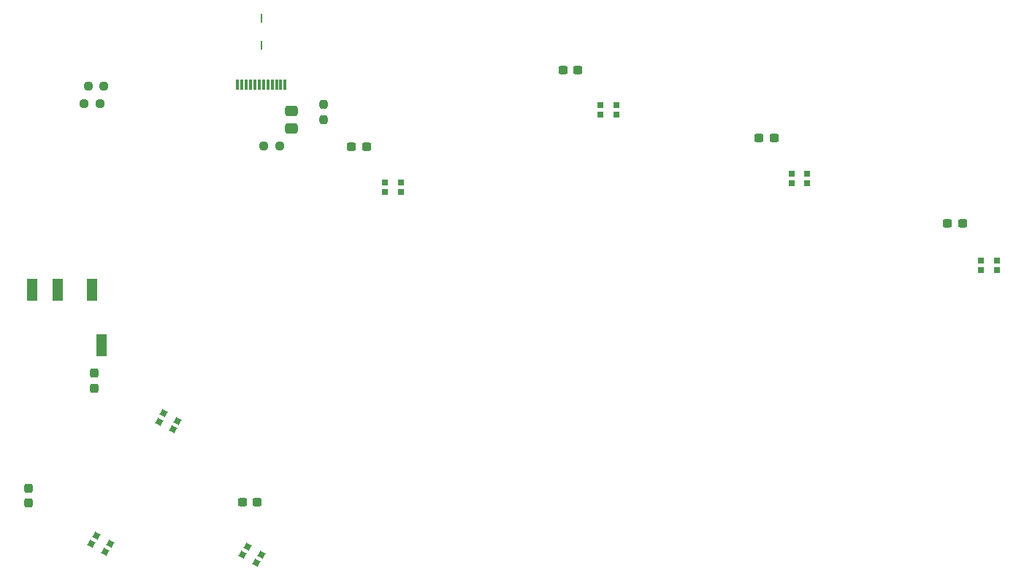
<source format=gbr>
%TF.GenerationSoftware,KiCad,Pcbnew,6.0.4*%
%TF.CreationDate,2022-04-08T16:21:30+02:00*%
%TF.ProjectId,keychordz,6b657963-686f-4726-947a-2e6b69636164,rev?*%
%TF.SameCoordinates,Original*%
%TF.FileFunction,Paste,Top*%
%TF.FilePolarity,Positive*%
%FSLAX46Y46*%
G04 Gerber Fmt 4.6, Leading zero omitted, Abs format (unit mm)*
G04 Created by KiCad (PCBNEW 6.0.4) date 2022-04-08 16:21:30*
%MOMM*%
%LPD*%
G01*
G04 APERTURE LIST*
G04 Aperture macros list*
%AMRoundRect*
0 Rectangle with rounded corners*
0 $1 Rounding radius*
0 $2 $3 $4 $5 $6 $7 $8 $9 X,Y pos of 4 corners*
0 Add a 4 corners polygon primitive as box body*
4,1,4,$2,$3,$4,$5,$6,$7,$8,$9,$2,$3,0*
0 Add four circle primitives for the rounded corners*
1,1,$1+$1,$2,$3*
1,1,$1+$1,$4,$5*
1,1,$1+$1,$6,$7*
1,1,$1+$1,$8,$9*
0 Add four rect primitives between the rounded corners*
20,1,$1+$1,$2,$3,$4,$5,0*
20,1,$1+$1,$4,$5,$6,$7,0*
20,1,$1+$1,$6,$7,$8,$9,0*
20,1,$1+$1,$8,$9,$2,$3,0*%
%AMRotRect*
0 Rectangle, with rotation*
0 The origin of the aperture is its center*
0 $1 length*
0 $2 width*
0 $3 Rotation angle, in degrees counterclockwise*
0 Add horizontal line*
21,1,$1,$2,0,0,$3*%
G04 Aperture macros list end*
%ADD10R,0.700000X0.700000*%
%ADD11RoundRect,0.237500X-0.250000X-0.237500X0.250000X-0.237500X0.250000X0.237500X-0.250000X0.237500X0*%
%ADD12RotRect,0.700000X0.700000X330.000000*%
%ADD13RoundRect,0.237500X-0.237500X0.250000X-0.237500X-0.250000X0.237500X-0.250000X0.237500X0.250000X0*%
%ADD14RoundRect,0.237500X0.250000X0.237500X-0.250000X0.237500X-0.250000X-0.237500X0.250000X-0.237500X0*%
%ADD15RoundRect,0.237500X-0.300000X-0.237500X0.300000X-0.237500X0.300000X0.237500X-0.300000X0.237500X0*%
%ADD16RoundRect,0.250000X-0.475000X0.337500X-0.475000X-0.337500X0.475000X-0.337500X0.475000X0.337500X0*%
%ADD17RoundRect,0.237500X0.237500X-0.300000X0.237500X0.300000X-0.237500X0.300000X-0.237500X-0.300000X0*%
%ADD18R,0.300000X1.200000*%
%ADD19R,0.200000X1.000000*%
%ADD20RoundRect,0.237500X-0.237500X0.300000X-0.237500X-0.300000X0.237500X-0.300000X0.237500X0.300000X0*%
%ADD21R,1.200000X2.500000*%
G04 APERTURE END LIST*
D10*
%TO.C,D7*%
X58219000Y-56463500D03*
X60049000Y-56463500D03*
X60049000Y-55363500D03*
X58219000Y-55363500D03*
%TD*%
D11*
%TO.C,R3*%
X44137500Y-51132000D03*
X45962500Y-51132000D03*
%TD*%
D10*
%TO.C,D8*%
X83185000Y-47525000D03*
X85015000Y-47525000D03*
X85015000Y-46425000D03*
X83185000Y-46425000D03*
%TD*%
D12*
%TO.C,D4*%
X24186587Y-97300814D03*
X25771413Y-98215814D03*
X26321413Y-97263186D03*
X24736587Y-96348186D03*
%TD*%
D13*
%TO.C,R4*%
X51036000Y-46289500D03*
X51036000Y-48114500D03*
%TD*%
D12*
%TO.C,D5*%
X41712587Y-98570814D03*
X43297413Y-99485814D03*
X43847413Y-98533186D03*
X42262587Y-97618186D03*
%TD*%
D14*
%TO.C,R1*%
X25598500Y-44156000D03*
X23773500Y-44156000D03*
%TD*%
D15*
%TO.C,C29*%
X101551500Y-50235000D03*
X103276500Y-50235000D03*
%TD*%
%TO.C,C30*%
X123395500Y-60141000D03*
X125120500Y-60141000D03*
%TD*%
D16*
%TO.C,C22*%
X47336000Y-47046500D03*
X47336000Y-49121500D03*
%TD*%
D15*
%TO.C,C28*%
X78845000Y-42361000D03*
X80570000Y-42361000D03*
%TD*%
%TO.C,C27*%
X54307500Y-51251000D03*
X56032500Y-51251000D03*
%TD*%
D11*
%TO.C,R2*%
X23337500Y-46250000D03*
X25162500Y-46250000D03*
%TD*%
D12*
%TO.C,D6*%
X32009174Y-83095628D03*
X33594000Y-84010628D03*
X34144000Y-83058000D03*
X32559174Y-82143000D03*
%TD*%
D17*
%TO.C,C4*%
X16872000Y-92556500D03*
X16872000Y-90831500D03*
%TD*%
D18*
%TO.C,J1*%
X46622000Y-43982000D03*
X46122000Y-43982000D03*
X45622000Y-43982000D03*
X45122000Y-43982000D03*
X44622000Y-43982000D03*
X44122000Y-43982000D03*
X43622000Y-43982000D03*
X43122000Y-43982000D03*
X42622000Y-43982000D03*
X42122000Y-43982000D03*
X41622000Y-43982000D03*
X41122000Y-43982000D03*
D19*
X43872000Y-39402000D03*
X43872000Y-36302000D03*
%TD*%
D10*
%TO.C,D10*%
X127307000Y-65480500D03*
X129137000Y-65480500D03*
X129137000Y-64380500D03*
X127307000Y-64380500D03*
%TD*%
D20*
%TO.C,C26*%
X24492000Y-77470000D03*
X24492000Y-79195000D03*
%TD*%
D15*
%TO.C,C25*%
X41663500Y-92456000D03*
X43388500Y-92456000D03*
%TD*%
D21*
%TO.C,J2*%
X24253000Y-67770000D03*
X25353000Y-74270000D03*
X17253000Y-67770000D03*
X20253000Y-67770000D03*
%TD*%
D10*
%TO.C,D9*%
X105336000Y-55447500D03*
X107166000Y-55447500D03*
X107166000Y-54347500D03*
X105336000Y-54347500D03*
%TD*%
M02*

</source>
